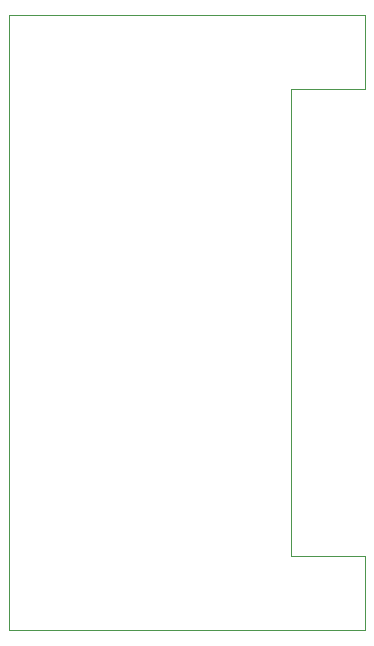
<source format=gm1>
G04 #@! TF.GenerationSoftware,KiCad,Pcbnew,(5.1.5)-3*
G04 #@! TF.CreationDate,2020-07-04T17:37:37-04:00*
G04 #@! TF.ProjectId,Power Supply,506f7765-7220-4537-9570-706c792e6b69,rev?*
G04 #@! TF.SameCoordinates,Original*
G04 #@! TF.FileFunction,Profile,NP*
%FSLAX46Y46*%
G04 Gerber Fmt 4.6, Leading zero omitted, Abs format (unit mm)*
G04 Created by KiCad (PCBNEW (5.1.5)-3) date 2020-07-04 17:37:37*
%MOMM*%
%LPD*%
G04 APERTURE LIST*
%ADD10C,0.050000*%
G04 APERTURE END LIST*
D10*
X156113480Y-74432160D02*
X156113480Y-113929160D01*
X162323780Y-74432160D02*
X156113480Y-74432160D01*
X162336480Y-68158360D02*
X162323780Y-74432160D01*
X132237480Y-68158360D02*
X162336480Y-68158360D01*
X162336480Y-113929160D02*
X156113480Y-113929160D01*
X162336480Y-120228360D02*
X162336480Y-113929160D01*
X132237480Y-120228360D02*
X162336480Y-120228360D01*
X132237480Y-68158360D02*
X132237480Y-120228360D01*
M02*

</source>
